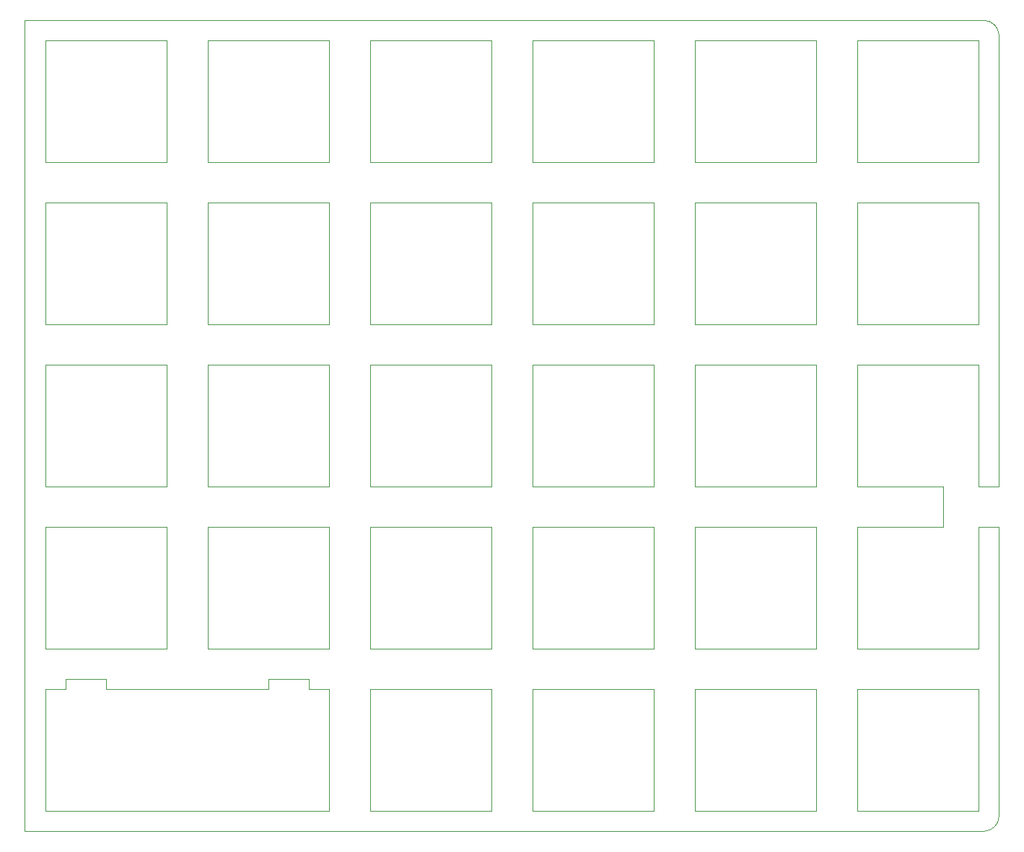
<source format=gm1>
G04 #@! TF.GenerationSoftware,KiCad,Pcbnew,(6.0.0-0)*
G04 #@! TF.CreationDate,2022-01-15T13:33:00+01:00*
G04 #@! TF.ProjectId,lumberjack-split,6c756d62-6572-46a6-9163-6b2d73706c69,rev?*
G04 #@! TF.SameCoordinates,Original*
G04 #@! TF.FileFunction,Profile,NP*
%FSLAX46Y46*%
G04 Gerber Fmt 4.6, Leading zero omitted, Abs format (unit mm)*
G04 Created by KiCad (PCBNEW (6.0.0-0)) date 2022-01-15 13:33:00*
%MOMM*%
%LPD*%
G01*
G04 APERTURE LIST*
G04 #@! TA.AperFunction,Profile*
%ADD10C,0.100000*%
G04 #@! TD*
G04 APERTURE END LIST*
D10*
X216693932Y-109537592D02*
X216693932Y-143470433D01*
X104775000Y-128587500D02*
X107156340Y-128587608D01*
X111918844Y-128587608D02*
X130968860Y-128587608D01*
X104775000Y-66675000D02*
X104775000Y-52387500D01*
X138112500Y-52387500D02*
X123825000Y-52387500D01*
X157162500Y-52387500D02*
X142875000Y-52387500D01*
X161925000Y-66675000D02*
X161925000Y-52387500D01*
X180975000Y-66675000D02*
X180975000Y-52387500D01*
X200025000Y-66675000D02*
X200025000Y-52387500D01*
X123825000Y-71437500D02*
X123825000Y-85725000D01*
X200025000Y-85725000D02*
X200025000Y-71437500D01*
X195262500Y-71437500D02*
X195262500Y-85725000D01*
X214312500Y-85725000D02*
X200025000Y-85725000D01*
X214312500Y-71437500D02*
X214312500Y-85725000D01*
X161925000Y-85725000D02*
X161925000Y-71437500D01*
X104775000Y-71437500D02*
X119062500Y-71437500D01*
X119062500Y-85725000D02*
X104775000Y-85725000D01*
X176212500Y-85725000D02*
X161925000Y-85725000D01*
X180975000Y-85725000D02*
X180975000Y-71437500D01*
X161925000Y-71437500D02*
X176212500Y-71437500D01*
X195262500Y-85725000D02*
X180975000Y-85725000D01*
X119062500Y-71437500D02*
X119062500Y-85725000D01*
X138112500Y-71437500D02*
X123825000Y-71437500D01*
X138112500Y-85725000D02*
X138112500Y-71437500D01*
X180975000Y-71437500D02*
X195262500Y-71437500D01*
X157162500Y-71437500D02*
X142875000Y-71437500D01*
X200025000Y-71437500D02*
X214312500Y-71437500D01*
X176212500Y-71437500D02*
X176212500Y-85725000D01*
X104775000Y-85725000D02*
X104775000Y-71437500D01*
X142875000Y-85725000D02*
X157162500Y-85725000D01*
X142875000Y-71437500D02*
X142875000Y-85725000D01*
X157162500Y-85725000D02*
X157162500Y-71437500D01*
X123825000Y-85725000D02*
X138112500Y-85725000D01*
X119062500Y-90487500D02*
X119062500Y-104775000D01*
X138112500Y-90487500D02*
X123825000Y-90487500D01*
X161925000Y-90487500D02*
X176212500Y-90487500D01*
X195262500Y-104775000D02*
X180975000Y-104775000D01*
X176212500Y-104775000D02*
X161925000Y-104775000D01*
X180975000Y-104775000D02*
X180975000Y-90487500D01*
X176212500Y-90487500D02*
X176212500Y-104775000D01*
X200025000Y-90487500D02*
X214312500Y-90487500D01*
X123825000Y-104775000D02*
X138112500Y-104775000D01*
X104775000Y-104775000D02*
X104775000Y-90487500D01*
X195262500Y-90487500D02*
X195262500Y-104775000D01*
X200025000Y-104775000D02*
X200025000Y-90487500D01*
X142875000Y-104775000D02*
X157162500Y-104775000D01*
X138112500Y-104775000D02*
X138112500Y-90487500D01*
X210145489Y-104775088D02*
X200025000Y-104775088D01*
X157162500Y-104775000D02*
X157162500Y-90487500D01*
X142875000Y-90487500D02*
X142875000Y-104775000D01*
X157162500Y-90487500D02*
X142875000Y-90487500D01*
X123825000Y-90487500D02*
X123825000Y-104775000D01*
X180975000Y-90487500D02*
X195262500Y-90487500D01*
X214312500Y-90487500D02*
X214312680Y-104775088D01*
X104775000Y-90487500D02*
X119062500Y-90487500D01*
X161925000Y-104775000D02*
X161925000Y-90487500D01*
X119062500Y-104775000D02*
X104775000Y-104775000D01*
X200025000Y-123825000D02*
X200025000Y-109537500D01*
X138112500Y-109537500D02*
X123825000Y-109537500D01*
X195262500Y-123825000D02*
X180975000Y-123825000D01*
X180975000Y-109537500D02*
X195262500Y-109537500D01*
X161925000Y-109537500D02*
X176212500Y-109537500D01*
X123825000Y-109537500D02*
X123825000Y-123825000D01*
X142875000Y-109537500D02*
X142875000Y-123825000D01*
X176212500Y-109537500D02*
X176212500Y-123825000D01*
X119062500Y-109537500D02*
X119062500Y-123825000D01*
X176212500Y-123825000D02*
X161925000Y-123825000D01*
X142875000Y-123825000D02*
X157162500Y-123825000D01*
X161925000Y-123825000D02*
X161925000Y-109537500D01*
X180975000Y-123825000D02*
X180975000Y-109537500D01*
X214312680Y-109537592D02*
X214312500Y-123825000D01*
X138112500Y-123825000D02*
X138112500Y-109537500D01*
X214312500Y-123825000D02*
X200025000Y-123825000D01*
X123825000Y-123825000D02*
X138112500Y-123825000D01*
X157162500Y-109537500D02*
X142875000Y-109537500D01*
X157162500Y-123825000D02*
X157162500Y-109537500D01*
X104775000Y-109537500D02*
X119062500Y-109537500D01*
X119062500Y-123825000D02*
X104775000Y-123825000D01*
X195262500Y-109537500D02*
X195262500Y-123825000D01*
X104775000Y-123825000D02*
X104775000Y-109537500D01*
X200025000Y-109537500D02*
X210145489Y-109537500D01*
X142875000Y-142875000D02*
X157162500Y-142875000D01*
X176212500Y-128587500D02*
X176212500Y-142875000D01*
X176212500Y-142875000D02*
X161925000Y-142875000D01*
X157162500Y-128587500D02*
X142875000Y-128587500D01*
X195262500Y-142875000D02*
X180975000Y-142875000D01*
X214312500Y-142875000D02*
X200025000Y-142875000D01*
X161925000Y-142875000D02*
X161925000Y-128587500D01*
X180975000Y-142875000D02*
X180975000Y-128587500D01*
X214312500Y-128587500D02*
X214312500Y-142875000D01*
X138112500Y-142875000D02*
X138112616Y-128587608D01*
X195262500Y-128587500D02*
X195262500Y-142875000D01*
X200025000Y-142875000D02*
X200025000Y-128587500D01*
X104775000Y-142875000D02*
X104775000Y-128587500D01*
X157162500Y-142875000D02*
X157162500Y-128587500D01*
X180975000Y-128587500D02*
X195262500Y-128587500D01*
X161925000Y-128587500D02*
X176212500Y-128587500D01*
X142875000Y-128587500D02*
X142875000Y-142875000D01*
X200025000Y-128587500D02*
X214312500Y-128587500D01*
X138112500Y-142875000D02*
X104775000Y-142875000D01*
X102393836Y-145256372D02*
X214907993Y-145256372D01*
X210145489Y-104775088D02*
X210145489Y-109537500D01*
X104775000Y-52387500D02*
X119062500Y-52387500D01*
X107156340Y-127396982D02*
X107156340Y-128587608D01*
X214312500Y-66675000D02*
X200025000Y-66675000D01*
X180975000Y-52387500D02*
X195262500Y-52387500D01*
X195262500Y-66675000D02*
X180975000Y-66675000D01*
X214312500Y-52387500D02*
X214312500Y-66675000D01*
X214312680Y-104775088D02*
X216693932Y-104775088D01*
X135731364Y-128587608D02*
X138112616Y-128587608D01*
X102393836Y-50006292D02*
X102393836Y-145256372D01*
X111918844Y-127396982D02*
X107156340Y-127396982D01*
X161925000Y-52387500D02*
X176212500Y-52387500D01*
X157162500Y-66675000D02*
X157162500Y-52387500D01*
X214907993Y-50006292D02*
X102393836Y-50006292D01*
X123825000Y-66675000D02*
X138112500Y-66675000D01*
X130968860Y-127396982D02*
X130968860Y-128587608D01*
X195262500Y-52387500D02*
X195262500Y-66675000D01*
X138112500Y-66675000D02*
X138112500Y-52387500D01*
X135731364Y-128587608D02*
X135731364Y-127396982D01*
X214312680Y-109537592D02*
X216693932Y-109537592D01*
X119062500Y-66675000D02*
X104775000Y-66675000D01*
X123825000Y-52387500D02*
X123825000Y-66675000D01*
X135731364Y-127396982D02*
X130968860Y-127396982D01*
X216693932Y-51792231D02*
G75*
G03*
X214907993Y-50006292I-1785938J1D01*
G01*
X176212500Y-52387500D02*
X176212500Y-66675000D01*
X142875000Y-52387500D02*
X142875000Y-66675000D01*
X214907993Y-145256372D02*
G75*
G03*
X216693932Y-143470433I1J1785938D01*
G01*
X200025000Y-52387500D02*
X214312500Y-52387500D01*
X142875000Y-66675000D02*
X157162500Y-66675000D01*
X119062500Y-52387500D02*
X119062500Y-66675000D01*
X216693932Y-51792231D02*
X216693932Y-104775088D01*
X176212500Y-66675000D02*
X161925000Y-66675000D01*
X111918844Y-128587608D02*
X111918844Y-127396982D01*
M02*

</source>
